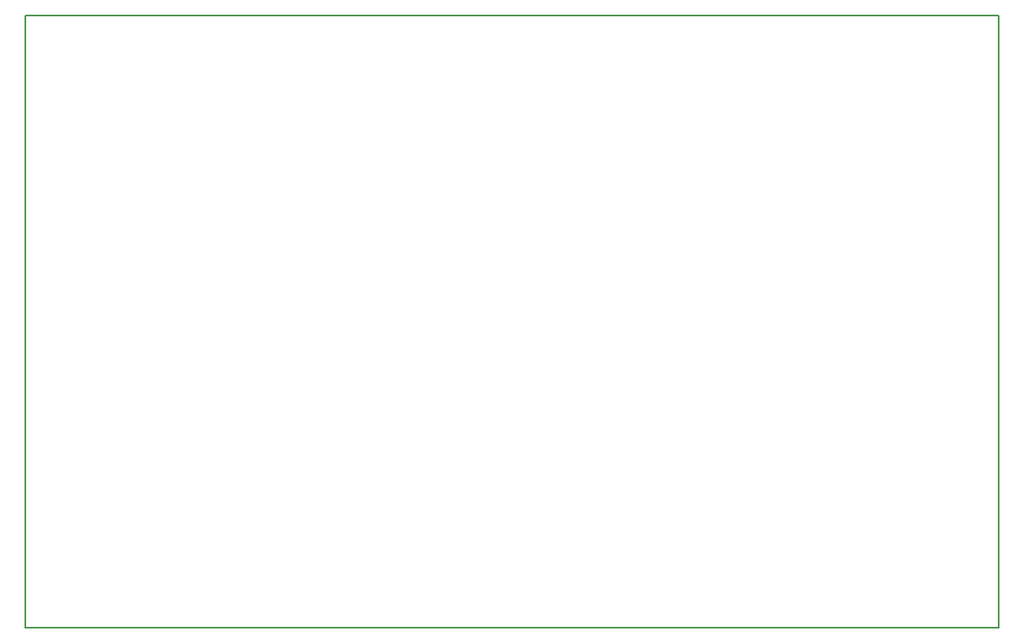
<source format=gm1>
G04*
G04 #@! TF.GenerationSoftware,Altium Limited,Altium Designer,20.0.13 (296)*
G04*
G04 Layer_Color=16711935*
%FSLAX25Y25*%
%MOIN*%
G70*
G01*
G75*
%ADD15C,0.00500*%
D15*
X0Y250000D02*
X397500D01*
Y0D02*
Y250000D01*
X327500Y0D02*
X397500D01*
X180000D02*
X327500D01*
X0D02*
X180000D01*
X0D02*
Y250000D01*
M02*

</source>
